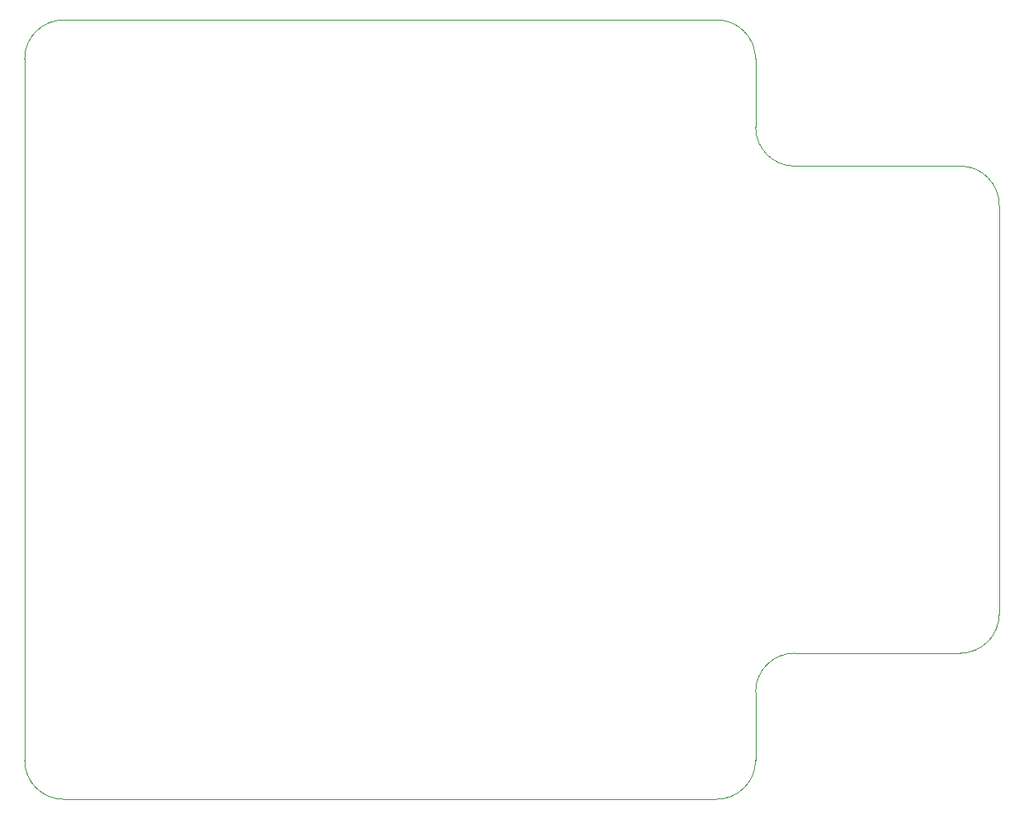
<source format=gm1>
%TF.GenerationSoftware,KiCad,Pcbnew,8.0.4-1.fc40*%
%TF.CreationDate,2024-07-29T21:14:52+02:00*%
%TF.ProjectId,TractionHub,54726163-7469-46f6-9e48-75622e6b6963,rev?*%
%TF.SameCoordinates,Original*%
%TF.FileFunction,Profile,NP*%
%FSLAX46Y46*%
G04 Gerber Fmt 4.6, Leading zero omitted, Abs format (unit mm)*
G04 Created by KiCad (PCBNEW 8.0.4-1.fc40) date 2024-07-29 21:14:52*
%MOMM*%
%LPD*%
G01*
G04 APERTURE LIST*
%TA.AperFunction,Profile*%
%ADD10C,0.050000*%
%TD*%
G04 APERTURE END LIST*
D10*
X131000000Y-137000000D02*
X198000000Y-137000000D01*
X227000000Y-97000000D02*
X227000000Y-118000000D01*
X206000000Y-72000000D02*
G75*
G02*
X202000000Y-68000000I0J4000000D01*
G01*
X202000000Y-126000000D02*
G75*
G02*
X206000000Y-122000000I4000000J0D01*
G01*
X223000000Y-72000000D02*
G75*
G02*
X227000000Y-76000000I0J-4000000D01*
G01*
X127000000Y-61000000D02*
G75*
G02*
X131000000Y-57000000I4000000J0D01*
G01*
X223000000Y-122000000D02*
X206000000Y-122000000D01*
X198000000Y-57000000D02*
G75*
G02*
X202000000Y-61000000I0J-4000000D01*
G01*
X223000000Y-72000000D02*
X206000000Y-72000000D01*
X131000000Y-137000000D02*
G75*
G02*
X127000000Y-133000000I0J4000000D01*
G01*
X202000000Y-133000000D02*
G75*
G02*
X198000000Y-137000000I-4000000J0D01*
G01*
X131000000Y-57000000D02*
X198000000Y-57000000D01*
X202000000Y-68000000D02*
X202000000Y-61000000D01*
X202000000Y-126000000D02*
X202000000Y-133000000D01*
X227000000Y-97000000D02*
X227000000Y-76000000D01*
X227000000Y-118000000D02*
G75*
G02*
X223000000Y-122000000I-4000000J0D01*
G01*
X127000000Y-61000000D02*
X127000000Y-133000000D01*
M02*

</source>
